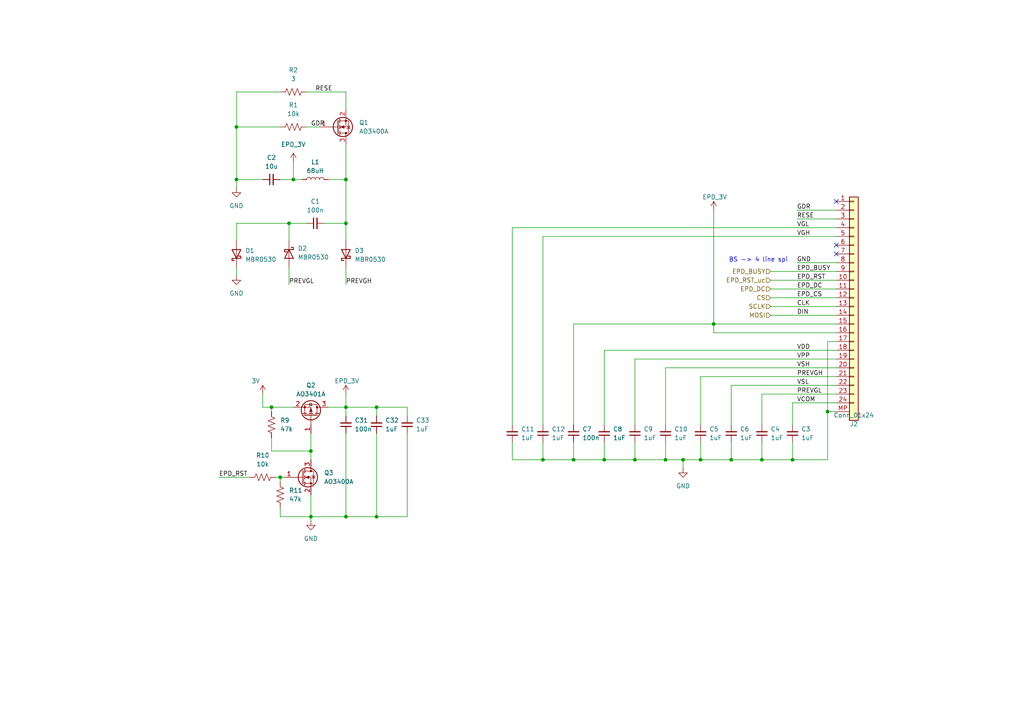
<source format=kicad_sch>
(kicad_sch (version 20231120) (generator "eeschema") (generator_version "8.0")
  (paper "A4")
  (lib_symbols
    (symbol "Connector_Generic:Conn_01x24" (pin_names (offset 1.016) hide)
      (property "Reference" "J2" (at 0 -36.6191 0))
      (property "Value" "Conn_01x24" (at 0 -34.0791 0))
      (symbol "Conn_01x24_1_1"
        (rectangle (start -1.27 -30.353) (end 0 -30.607) (stroke (width 0.1524)))
        (rectangle (start -1.27 -27.813) (end 0 -28.067) (stroke (width 0.1524)))
        (rectangle (start -1.27 -25.273) (end 0 -25.527) (stroke (width 0.1524)))
        (rectangle (start -1.27 -22.733) (end 0 -22.987) (stroke (width 0.1524)))
        (rectangle (start -1.27 -20.193) (end 0 -20.447) (stroke (width 0.1524)))
        (rectangle (start -1.27 -17.653) (end 0 -17.907) (stroke (width 0.1524)))
        (rectangle (start -1.27 -15.113) (end 0 -15.367) (stroke (width 0.1524)))
        (rectangle (start -1.27 -12.573) (end 0 -12.827) (stroke (width 0.1524)))
        (rectangle (start -1.27 -10.033) (end 0 -10.287) (stroke (width 0.1524)))
        (rectangle (start -1.27 -7.493) (end 0 -7.747) (stroke (width 0.1524)))
        (rectangle (start -1.27 -4.953) (end 0 -5.207) (stroke (width 0.1524)))
        (rectangle (start -1.27 -2.413) (end 0 -2.667) (stroke (width 0.1524)))
        (rectangle (start -1.27 0.127) (end 0 -0.127) (stroke (width 0.1524)))
        (rectangle (start -1.27 2.667) (end 0 2.413) (stroke (width 0.1524)))
        (rectangle (start -1.27 5.207) (end 0 4.953) (stroke (width 0.1524)))
        (rectangle (start -1.27 7.747) (end 0 7.493) (stroke (width 0.1524)))
        (rectangle (start -1.27 10.287) (end 0 10.033) (stroke (width 0.1524)))
        (rectangle (start -1.27 12.827) (end 0 12.573) (stroke (width 0.1524)))
        (rectangle (start -1.27 15.367) (end 0 15.113) (stroke (width 0.1524)))
        (rectangle (start -1.27 17.907) (end 0 17.653) (stroke (width 0.1524)))
        (rectangle (start -1.27 20.447) (end 0 20.193) (stroke (width 0.1524)))
        (rectangle (start -1.27 22.987) (end 0 22.733) (stroke (width 0.1524)))
        (rectangle (start -1.27 25.527) (end 0 25.273) (stroke (width 0.1524)))
        (rectangle (start -1.27 28.067) (end 0 27.813) (stroke (width 0.1524)))
        (rectangle (start -1.27 29.21) (end 1.27 -35.56) (stroke (width 0.254)) (fill (type background)))
        (pin passive line (at -5.08 27.94 0) (length 3.81) (name "Pin_1") (number "1"))
        (pin passive line (at -5.08 5.08 0) (length 3.81) (name "Pin_10") (number "10"))
        (pin passive line (at -5.08 2.54 0) (length 3.81) (name "Pin_11") (number "11"))
        (pin passive line (at -5.08 0 0) (length 3.81) (name "Pin_12") (number "12"))
        (pin passive line (at -5.08 -2.54 0) (length 3.81) (name "Pin_13") (number "13"))
        (pin passive line (at -5.08 -5.08 0) (length 3.81) (name "Pin_14") (number "14"))
        (pin passive line (at -5.08 -7.62 0) (length 3.81) (name "Pin_15") (number "15"))
        (pin passive line (at -5.08 -10.16 0) (length 3.81) (name "Pin_16") (number "16"))
        (pin passive line (at -5.08 -12.7 0) (length 3.81) (name "Pin_17") (number "17"))
        (pin passive line (at -5.08 -15.24 0) (length 3.81) (name "Pin_18") (number "18"))
        (pin passive line (at -5.08 -17.78 0) (length 3.81) (name "Pin_19") (number "19"))
        (pin passive line (at -5.08 25.4 0) (length 3.81) (name "Pin_2") (number "2"))
        (pin passive line (at -5.08 -20.32 0) (length 3.81) (name "Pin_20") (number "20"))
        (pin passive line (at -5.08 -22.86 0) (length 3.81) (name "Pin_21") (number "21"))
        (pin passive line (at -5.08 -25.4 0) (length 3.81) (name "Pin_22") (number "22"))
        (pin passive line (at -5.08 -27.94 0) (length 3.81) (name "Pin_23") (number "23"))
        (pin passive line (at -5.08 -30.48 0) (length 3.81) (name "Pin_24") (number "24"))
        (pin passive line (at -5.08 22.86 0) (length 3.81) (name "Pin_3") (number "3"))
        (pin passive line (at -5.08 20.32 0) (length 3.81) (name "Pin_4") (number "4"))
        (pin passive line (at -5.08 17.78 0) (length 3.81) (name "Pin_5") (number "5"))
        (pin passive line (at -5.08 15.24 0) (length 3.81) (name "Pin_6") (number "6"))
        (pin passive line (at -5.08 12.7 0) (length 3.81) (name "Pin_7") (number "7"))
        (pin passive line (at -5.08 10.16 0) (length 3.81) (name "Pin_8") (number "8"))
        (pin passive line (at -5.08 7.62 0) (length 3.81) (name "Pin_9") (number "9"))
        (pin passive line (at -5.08 -33.02 0) (length 3.81) (name "MP") (number "MP"))
      )
    )
    (symbol "Device:C_Small" (pin_numbers hide) (pin_names (offset 0.254) hide)
      (property "Reference" "C" (at 0.254 1.778 0))
      (property "Value" "C_Small" (at 0.254 -2.032 0))
      (symbol "C_Small_0_1"
        (polyline (pts (xy -1.524 -0.508) (xy 1.524 -0.508)) (stroke (width 0.3302)))
        (polyline (pts (xy -1.524 0.508) (xy 1.524 0.508)) (stroke (width 0.3048)))
      )
      (symbol "C_Small_1_1"
        (pin passive line (at 0 2.54 270) (length 2.032) (name "~") (number "1"))
        (pin passive line (at 0 -2.54 90) (length 2.032) (name "~") (number "2"))
      )
    )
    (symbol "Device:L" (pin_numbers hide) (pin_names (offset 1.016) hide)
      (property "Reference" "L" (at -1.27 0 90))
      (property "Value" "L" (at 1.905 0 90))
      (symbol "L_0_1"
        (arc (start 0 -2.54) (mid 0.6323 -1.905) (end 0 -1.27))
        (arc (start 0 -1.27) (mid 0.6323 -0.635) (end 0 0))
        (arc (start 0 0) (mid 0.6323 0.635) (end 0 1.27))
        (arc (start 0 1.27) (mid 0.6323 1.905) (end 0 2.54))
      )
      (symbol "L_1_1"
        (pin passive line (at 0 3.81 270) (length 1.27) (name "1") (number "1"))
        (pin passive line (at 0 -3.81 90) (length 1.27) (name "2") (number "2"))
      )
    )
    (symbol "Device:R_US" (pin_numbers hide) (pin_names (offset 0))
      (property "Reference" "R" (at 2.54 0 90))
      (property "Value" "R_US" (at -2.54 0 90))
      (symbol "R_US_0_1"
        (polyline (pts (xy 0 -2.286) (xy 0 -2.54)))
        (polyline (pts (xy 0 2.286) (xy 0 2.54)))
        (polyline (pts (xy 0 -0.762) (xy 1.016 -1.143) (xy 0 -1.524) (xy -1.016 -1.905) (xy 0 -2.286)))
        (polyline (pts (xy 0 0.762) (xy 1.016 0.381) (xy 0 0) (xy -1.016 -0.381) (xy 0 -0.762)))
        (polyline (pts (xy 0 2.286) (xy 1.016 1.905) (xy 0 1.524) (xy -1.016 1.143) (xy 0 0.762)))
      )
      (symbol "R_US_1_1"
        (pin passive line (at 0 3.81 270) (length 1.27) (name "~") (number "1"))
        (pin passive line (at 0 -3.81 90) (length 1.27) (name "~") (number "2"))
      )
    )
    (symbol "Diode:MBR0530" (pin_numbers hide) (pin_names (offset 1.016) hide)
      (property "Reference" "D" (at 0 2.54 0))
      (property "Value" "MBR0530" (at 0 -2.54 0))
      (symbol "MBR0530_0_1"
        (polyline (pts (xy 1.27 0) (xy -1.27 0)))
        (polyline (pts (xy 1.27 1.27) (xy 1.27 -1.27) (xy -1.27 0) (xy 1.27 1.27)) (stroke (width 0.254)))
        (polyline (pts (xy -1.905 0.635) (xy -1.905 1.27) (xy -1.27 1.27) (xy -1.27 -1.27) (xy -0.635 -1.27) (xy -0.635 -0.635)) (stroke (width 0.254)))
      )
      (symbol "MBR0530_1_1"
        (pin passive line (at -3.81 0 0) (length 2.54) (name "K") (number "1"))
        (pin passive line (at 3.81 0 180) (length 2.54) (name "A") (number "2"))
      )
    )
    (symbol "Transistor_FET:2N7002" (pin_names hide)
      (property "Reference" "Q" (at 5.08 1.905 0))
      (property "Value" "2N7002" (at 5.08 0 0))
      (symbol "2N7002_0_1"
        (polyline (pts (xy 0.254 0) (xy -2.54 0)))
        (polyline (pts (xy 0.254 1.905) (xy 0.254 -1.905)) (stroke (width 0.254)))
        (polyline (pts (xy 0.762 -1.27) (xy 0.762 -2.286)) (stroke (width 0.254)))
        (polyline (pts (xy 0.762 0.508) (xy 0.762 -0.508)) (stroke (width 0.254)))
        (polyline (pts (xy 0.762 2.286) (xy 0.762 1.27)) (stroke (width 0.254)))
        (polyline (pts (xy 2.54 2.54) (xy 2.54 1.778)))
        (polyline (pts (xy 2.54 -2.54) (xy 2.54 0) (xy 0.762 0)))
        (polyline (pts (xy 0.762 -1.778) (xy 3.302 -1.778) (xy 3.302 1.778) (xy 0.762 1.778)))
        (polyline (pts (xy 1.016 0) (xy 2.032 0.381) (xy 2.032 -0.381) (xy 1.016 0)) (fill (type outline)))
        (polyline (pts (xy 2.794 0.508) (xy 2.921 0.381) (xy 3.683 0.381) (xy 3.81 0.254)))
        (polyline (pts (xy 3.302 0.381) (xy 2.921 -0.254) (xy 3.683 -0.254) (xy 3.302 0.381)))
        (circle (center 1.651 0) (radius 2.794) (stroke (width 0.254)))
        (circle (center 2.54 -1.778) (radius 0.254) (fill (type outline)))
        (circle (center 2.54 1.778) (radius 0.254) (fill (type outline)))
      )
      (symbol "2N7002_1_1"
        (pin input line (at -5.08 0 0) (length 2.54) (name "G") (number "1"))
        (pin passive line (at 2.54 -5.08 90) (length 2.54) (name "S") (number "2"))
        (pin passive line (at 2.54 5.08 270) (length 2.54) (name "D") (number "3"))
      )
    )
    (symbol "Transistor_FET:AO3401A" (pin_names hide)
      (property "Reference" "Q" (at 5.08 1.905 0))
      (property "Value" "AO3401A" (at 5.08 0 0))
      (symbol "AO3401A_0_1"
        (polyline (pts (xy 0.254 0) (xy -2.54 0)))
        (polyline (pts (xy 0.254 1.905) (xy 0.254 -1.905)) (stroke (width 0.254)))
        (polyline (pts (xy 0.762 -1.27) (xy 0.762 -2.286)) (stroke (width 0.254)))
        (polyline (pts (xy 0.762 0.508) (xy 0.762 -0.508)) (stroke (width 0.254)))
        (polyline (pts (xy 0.762 2.286) (xy 0.762 1.27)) (stroke (width 0.254)))
        (polyline (pts (xy 2.54 2.54) (xy 2.54 1.778)))
        (polyline (pts (xy 2.54 -2.54) (xy 2.54 0) (xy 0.762 0)))
        (polyline (pts (xy 0.762 1.778) (xy 3.302 1.778) (xy 3.302 -1.778) (xy 0.762 -1.778)))
        (polyline (pts (xy 2.286 0) (xy 1.27 0.381) (xy 1.27 -0.381) (xy 2.286 0)) (fill (type outline)))
        (polyline (pts (xy 2.794 -0.508) (xy 2.921 -0.381) (xy 3.683 -0.381) (xy 3.81 -0.254)))
        (polyline (pts (xy 3.302 -0.381) (xy 2.921 0.254) (xy 3.683 0.254) (xy 3.302 -0.381)))
        (circle (center 1.651 0) (radius 2.794) (stroke (width 0.254)))
        (circle (center 2.54 -1.778) (radius 0.254) (fill (type outline)))
        (circle (center 2.54 1.778) (radius 0.254) (fill (type outline)))
      )
      (symbol "AO3401A_1_1"
        (pin input line (at -5.08 0 0) (length 2.54) (name "G") (number "1"))
        (pin passive line (at 2.54 -5.08 90) (length 2.54) (name "S") (number "2"))
        (pin passive line (at 2.54 5.08 270) (length 2.54) (name "D") (number "3"))
      )
    )
    (symbol "Transistor_FET:Si1308EDL" (pin_names hide)
      (property "Reference" "Q" (at 5.08 1.905 0))
      (property "Value" "Si1308EDL" (at 5.08 0 0))
      (symbol "Si1308EDL_0_1"
        (polyline (pts (xy 0.254 0) (xy -2.54 0)))
        (polyline (pts (xy 0.254 1.905) (xy 0.254 -1.905)) (stroke (width 0.254)))
        (polyline (pts (xy 0.762 -1.27) (xy 0.762 -2.286)) (stroke (width 0.254)))
        (polyline (pts (xy 0.762 0.508) (xy 0.762 -0.508)) (stroke (width 0.254)))
        (polyline (pts (xy 0.762 2.286) (xy 0.762 1.27)) (stroke (width 0.254)))
        (polyline (pts (xy 2.54 2.54) (xy 2.54 1.778)))
        (polyline (pts (xy 2.54 -2.54) (xy 2.54 0) (xy 0.762 0)))
        (polyline (pts (xy 0.762 -1.778) (xy 3.302 -1.778) (xy 3.302 1.778) (xy 0.762 1.778)))
        (polyline (pts (xy 1.016 0) (xy 2.032 0.381) (xy 2.032 -0.381) (xy 1.016 0)) (fill (type outline)))
        (polyline (pts (xy 2.794 0.508) (xy 2.921 0.381) (xy 3.683 0.381) (xy 3.81 0.254)))
        (polyline (pts (xy 3.302 0.381) (xy 2.921 -0.254) (xy 3.683 -0.254) (xy 3.302 0.381)))
        (circle (center 1.651 0) (radius 2.794) (stroke (width 0.254)))
        (circle (center 2.54 -1.778) (radius 0.254) (fill (type outline)))
        (circle (center 2.54 1.778) (radius 0.254) (fill (type outline)))
      )
      (symbol "Si1308EDL_1_1"
        (pin input line (at -5.08 0 0) (length 2.54) (name "G") (number "1"))
        (pin passive line (at 2.54 -5.08 90) (length 2.54) (name "S") (number "2"))
        (pin passive line (at 2.54 5.08 270) (length 2.54) (name "D") (number "3"))
      )
    )
    (symbol "power:+3V0" (power) (pin_numbers hide) (pin_names (offset 0) hide)
      (property "Value" "+3V0" (at 0 3.556 0))
      (symbol "+3V0_0_1"
        (polyline (pts (xy -0.762 1.27) (xy 0 2.54)))
        (polyline (pts (xy 0 0) (xy 0 2.54)))
        (polyline (pts (xy 0 2.54) (xy 0.762 1.27)))
      )
      (symbol "+3V0_1_1"
        (pin power_in line (at 0 0 90) (length 0) (name "~") (number "1"))
      )
    )
    (symbol "power:GND" (power) (pin_numbers hide) (pin_names (offset 0) hide)
      (property "Value" "GND" (at 0 -3.81 0))
      (symbol "GND_0_1"
        (polyline (pts (xy 0 0) (xy 0 -1.27) (xy 1.27 -1.27) (xy 0 -2.54) (xy -1.27 -1.27) (xy 0 -1.27)))
      )
      (symbol "GND_1_1"
        (pin power_in line (at 0 0 270) (length 0) (name "~") (number "1"))
      )
    )
  )
  (junction (at 207.01 93.98))
  (junction (at 100.33 118.11))
  (junction (at 100.33 149.86))
  (junction (at 203.2 133.35))
  (junction (at 109.22 149.86))
  (junction (at 78.74 118.11))
  (junction (at 81.28 138.43))
  (junction (at 184.15 133.35))
  (junction (at 166.37 133.35))
  (junction (at 109.22 118.11))
  (junction (at 212.09 133.35))
  (junction (at 83.82 64.77))
  (junction (at 90.17 130.81))
  (junction (at 68.58 36.83))
  (junction (at 240.03 119.38))
  (junction (at 68.58 52.07))
  (junction (at 198.12 133.35))
  (junction (at 90.17 149.86))
  (junction (at 85.09 52.07))
  (junction (at 229.87 133.35))
  (junction (at 175.26 133.35))
  (junction (at 157.48 133.35))
  (junction (at 100.33 52.07))
  (junction (at 220.98 133.35))
  (junction (at 193.04 133.35))
  (junction (at 100.33 64.77))
  (no_connect (at 242.57 71.12))
  (no_connect (at 242.57 58.42))
  (no_connect (at 242.57 73.66))
  (wire (pts (xy 118.11 149.86) (xy 109.22 149.86)))
  (wire (pts (xy 90.17 149.86) (xy 90.17 151.13)))
  (wire (pts (xy 78.74 127) (xy 78.74 130.81)))
  (wire (pts (xy 148.59 66.04) (xy 242.57 66.04)))
  (wire (pts (xy 207.01 93.98) (xy 207.01 96.52)))
  (wire (pts (xy 63.5 138.43) (xy 72.39 138.43)))
  (wire (pts (xy 81.28 147.32) (xy 81.28 149.86)))
  (wire (pts (xy 193.04 128.27) (xy 193.04 133.35)))
  (wire (pts (xy 85.09 46.99) (xy 85.09 52.07)))
  (wire (pts (xy 148.59 128.27) (xy 148.59 133.35)))
  (wire (pts (xy 212.09 128.27) (xy 212.09 133.35)))
  (wire (pts (xy 223.52 81.28) (xy 242.57 81.28)))
  (wire (pts (xy 80.01 138.43) (xy 81.28 138.43)))
  (wire (pts (xy 220.98 114.3) (xy 220.98 123.19)))
  (wire (pts (xy 76.2 114.3) (xy 76.2 118.11)))
  (wire (pts (xy 166.37 133.35) (xy 175.26 133.35)))
  (wire (pts (xy 83.82 64.77) (xy 83.82 69.85)))
  (wire (pts (xy 83.82 64.77) (xy 88.9 64.77)))
  (wire (pts (xy 78.74 118.11) (xy 85.09 118.11)))
  (wire (pts (xy 109.22 125.73) (xy 109.22 149.86)))
  (wire (pts (xy 198.12 133.35) (xy 203.2 133.35)))
  (wire (pts (xy 229.87 123.19) (xy 229.87 116.84)))
  (wire (pts (xy 203.2 133.35) (xy 212.09 133.35)))
  (wire (pts (xy 242.57 99.06) (xy 240.03 99.06)))
  (wire (pts (xy 95.25 118.11) (xy 100.33 118.11)))
  (wire (pts (xy 68.58 77.47) (xy 68.58 80.01)))
  (wire (pts (xy 223.52 91.44) (xy 242.57 91.44)))
  (wire (pts (xy 212.09 111.76) (xy 212.09 123.19)))
  (wire (pts (xy 118.11 118.11) (xy 109.22 118.11)))
  (wire (pts (xy 184.15 104.14) (xy 184.15 123.19)))
  (wire (pts (xy 109.22 149.86) (xy 100.33 149.86)))
  (wire (pts (xy 207.01 60.96) (xy 207.01 93.98)))
  (wire (pts (xy 231.14 63.5) (xy 242.57 63.5)))
  (wire (pts (xy 100.33 120.65) (xy 100.33 118.11)))
  (wire (pts (xy 242.57 101.6) (xy 175.26 101.6)))
  (wire (pts (xy 223.52 86.36) (xy 242.57 86.36)))
  (wire (pts (xy 100.33 64.77) (xy 100.33 69.85)))
  (wire (pts (xy 88.9 26.67) (xy 100.33 26.67)))
  (wire (pts (xy 242.57 111.76) (xy 212.09 111.76)))
  (wire (pts (xy 90.17 143.51) (xy 90.17 149.86)))
  (wire (pts (xy 68.58 26.67) (xy 68.58 36.83)))
  (wire (pts (xy 90.17 130.81) (xy 90.17 125.73)))
  (wire (pts (xy 68.58 69.85) (xy 68.58 64.77)))
  (wire (pts (xy 68.58 52.07) (xy 76.2 52.07)))
  (wire (pts (xy 223.52 88.9) (xy 242.57 88.9)))
  (wire (pts (xy 229.87 116.84) (xy 242.57 116.84)))
  (wire (pts (xy 242.57 114.3) (xy 220.98 114.3)))
  (wire (pts (xy 118.11 120.65) (xy 118.11 118.11)))
  (wire (pts (xy 203.2 109.22) (xy 203.2 123.19)))
  (wire (pts (xy 175.26 101.6) (xy 175.26 123.19)))
  (wire (pts (xy 90.17 130.81) (xy 90.17 133.35)))
  (wire (pts (xy 184.15 128.27) (xy 184.15 133.35)))
  (wire (pts (xy 93.98 64.77) (xy 100.33 64.77)))
  (wire (pts (xy 193.04 123.19) (xy 193.04 106.68)))
  (wire (pts (xy 223.52 83.82) (xy 242.57 83.82)))
  (wire (pts (xy 157.48 68.58) (xy 242.57 68.58)))
  (wire (pts (xy 240.03 119.38) (xy 240.03 133.35)))
  (wire (pts (xy 198.12 133.35) (xy 198.12 135.89)))
  (wire (pts (xy 148.59 133.35) (xy 157.48 133.35)))
  (wire (pts (xy 175.26 128.27) (xy 175.26 133.35)))
  (wire (pts (xy 68.58 64.77) (xy 83.82 64.77)))
  (wire (pts (xy 100.33 52.07) (xy 100.33 64.77)))
  (wire (pts (xy 242.57 104.14) (xy 184.15 104.14)))
  (wire (pts (xy 100.33 41.91) (xy 100.33 52.07)))
  (wire (pts (xy 100.33 114.3) (xy 100.33 118.11)))
  (wire (pts (xy 193.04 106.68) (xy 242.57 106.68)))
  (wire (pts (xy 166.37 93.98) (xy 207.01 93.98)))
  (wire (pts (xy 184.15 133.35) (xy 193.04 133.35)))
  (wire (pts (xy 118.11 125.73) (xy 118.11 149.86)))
  (wire (pts (xy 78.74 119.38) (xy 78.74 118.11)))
  (wire (pts (xy 81.28 149.86) (xy 90.17 149.86)))
  (wire (pts (xy 148.59 66.04) (xy 148.59 123.19)))
  (wire (pts (xy 100.33 125.73) (xy 100.33 149.86)))
  (wire (pts (xy 220.98 133.35) (xy 229.87 133.35)))
  (wire (pts (xy 85.09 52.07) (xy 87.63 52.07)))
  (wire (pts (xy 166.37 128.27) (xy 166.37 133.35)))
  (wire (pts (xy 166.37 93.98) (xy 166.37 123.19)))
  (wire (pts (xy 157.48 128.27) (xy 157.48 133.35)))
  (wire (pts (xy 203.2 128.27) (xy 203.2 133.35)))
  (wire (pts (xy 207.01 93.98) (xy 242.57 93.98)))
  (wire (pts (xy 100.33 82.55) (xy 100.33 77.47)))
  (wire (pts (xy 212.09 133.35) (xy 220.98 133.35)))
  (wire (pts (xy 95.25 52.07) (xy 100.33 52.07)))
  (wire (pts (xy 109.22 120.65) (xy 109.22 118.11)))
  (wire (pts (xy 157.48 133.35) (xy 166.37 133.35)))
  (wire (pts (xy 242.57 109.22) (xy 203.2 109.22)))
  (wire (pts (xy 223.52 78.74) (xy 242.57 78.74)))
  (wire (pts (xy 220.98 128.27) (xy 220.98 133.35)))
  (wire (pts (xy 100.33 149.86) (xy 90.17 149.86)))
  (wire (pts (xy 240.03 119.38) (xy 242.57 119.38)))
  (wire (pts (xy 78.74 130.81) (xy 90.17 130.81)))
  (wire (pts (xy 76.2 118.11) (xy 78.74 118.11)))
  (wire (pts (xy 229.87 133.35) (xy 229.87 128.27)))
  (wire (pts (xy 175.26 133.35) (xy 184.15 133.35)))
  (wire (pts (xy 100.33 26.67) (xy 100.33 31.75)))
  (wire (pts (xy 240.03 99.06) (xy 240.03 119.38)))
  (wire (pts (xy 231.14 76.2) (xy 242.57 76.2)))
  (wire (pts (xy 81.28 52.07) (xy 85.09 52.07)))
  (wire (pts (xy 109.22 118.11) (xy 100.33 118.11)))
  (wire (pts (xy 81.28 36.83) (xy 68.58 36.83)))
  (wire (pts (xy 68.58 36.83) (xy 68.58 52.07)))
  (wire (pts (xy 81.28 138.43) (xy 81.28 139.7)))
  (wire (pts (xy 240.03 133.35) (xy 229.87 133.35)))
  (wire (pts (xy 81.28 138.43) (xy 82.55 138.43)))
  (wire (pts (xy 231.14 60.96) (xy 242.57 60.96)))
  (wire (pts (xy 207.01 96.52) (xy 242.57 96.52)))
  (wire (pts (xy 157.48 123.19) (xy 157.48 68.58)))
  (wire (pts (xy 88.9 36.83) (xy 92.71 36.83)))
  (wire (pts (xy 68.58 54.61) (xy 68.58 52.07)))
  (wire (pts (xy 193.04 133.35) (xy 198.12 133.35)))
  (wire (pts (xy 81.28 26.67) (xy 68.58 26.67)))
  (wire (pts (xy 83.82 82.55) (xy 83.82 77.47)))
  (text "BS -> 4 line spi" (at 219.964 75.438 0) (effects (font (size 1.27 1.27))))
  (label "EPD_CS" (at 231.14 86.36 0))
  (label "EPD_RST" (at 231.14 81.28 0))
  (label "GDR" (at 90.17 36.83 0))
  (label "PREVGL" (at 83.82 82.55 0))
  (label "GDR" (at 231.14 60.96 0))
  (label "RESE" (at 91.44 26.67 0))
  (label "PREVGH" (at 231.14 109.22 0))
  (label "VCOM" (at 231.14 116.84 0))
  (label "VSL" (at 231.14 111.76 0))
  (label "VGH" (at 231.14 68.58 0))
  (label "VPP" (at 231.14 104.14 0))
  (label "VSH" (at 231.14 106.68 0))
  (label "VGL" (at 231.14 66.04 0))
  (label "PREVGL" (at 231.14 114.3 0))
  (label "RESE" (at 231.14 63.5 0))
  (label "PREVGH" (at 100.33 82.55 0))
  (label "EPD_RST" (at 63.5 138.43 0))
  (label "DIN" (at 231.14 91.44 0))
  (label "EPD_BUSY" (at 231.14 78.74 0))
  (label "VDD" (at 231.14 101.6 0))
  (label "GND" (at 231.14 76.2 0))
  (label "EPD_DC" (at 231.14 83.82 0))
  (label "CLK" (at 231.14 88.9 0))
  (hierarchical_label "EPD_BUSY" (shape input) (at 223.52 78.74 180))
  (hierarchical_label "SCLK" (shape input) (at 223.52 88.9 180))
  (hierarchical_label "EPD_DC" (shape input) (at 223.52 83.82 180))
  (hierarchical_label "CS" (shape input) (at 223.52 86.36 180))
  (hierarchical_label "EPD_RST_uc" (shape input) (at 223.52 81.28 180))
  (hierarchical_label "MOSI" (shape input) (at 223.52 91.44 180))
  (symbol (lib_id "Device:C_Small") (at 157.48 125.73 180) (unit 1)
    (property "Reference" "C12" (at 160.02 124.4535 0) (effects (justify right)))
    (property "Value" "1uF" (at 160.02 126.9935 0) (effects (justify right)))
    (property "Footprint" "Capacitor_SMD:C_0402_1005Metric" (effects (hide yes)))
    (property "Description" "Unpolarized capacitor, small symbol" (effects (hide yes)))
    (property "MPN" " C52923" (effects (hide yes)))
  )
  (symbol (lib_id "power:GND") (at 90.17 151.13 0) (unit 1)
    (property "Reference" "#PWR029" (effects (hide yes)))
    (property "Value" "GND" (at 90.17 156.21 0))
    (property "Description" "Power symbol creates a global label with name \"GND\" , ground" (effects (hide yes)))
  )
  (symbol (lib_id "power:+3V0") (at 100.33 114.3 0) (unit 1)
    (property "Reference" "#PWR030" (effects (hide yes)))
    (property "Value" "EPD_3V" (at 97.028 110.49 0) (effects (justify left)))
    (property "Description" "Power symbol creates a global label with name \"+3V0\"" (effects (hide yes)))
  )
  (symbol (lib_id "Device:C_Small") (at 193.04 125.73 180) (unit 1)
    (property "Reference" "C10" (at 195.58 124.4535 0) (effects (justify right)))
    (property "Value" "1uF" (at 195.58 126.9935 0) (effects (justify right)))
    (property "Footprint" "Capacitor_SMD:C_0402_1005Metric" (effects (hide yes)))
    (property "Description" "Unpolarized capacitor, small symbol" (effects (hide yes)))
    (property "MPN" " C52923" (effects (hide yes)))
  )
  (symbol (lib_id "Device:C_Small") (at 109.22 123.19 180) (unit 1)
    (property "Reference" "C32" (at 111.76 121.9135 0) (effects (justify right)))
    (property "Value" "1uF" (at 111.76 124.4535 0) (effects (justify right)))
    (property "Footprint" "Capacitor_SMD:C_0402_1005Metric" (effects (hide yes)))
    (property "Description" "Unpolarized capacitor, small symbol" (effects (hide yes)))
    (property "MPN" " C52923" (effects (hide yes)))
  )
  (symbol (lib_id "power:+3V0") (at 207.01 60.96 0) (unit 1)
    (property "Reference" "#PWR05" (effects (hide yes)))
    (property "Value" "EPD_3V" (at 203.708 57.15 0) (effects (justify left)))
    (property "Description" "Power symbol creates a global label with name \"+3V0\"" (effects (hide yes)))
  )
  (symbol (lib_id "Device:C_Small") (at 91.44 64.77 90) (unit 1)
    (property "Reference" "C1" (at 91.4463 58.42 90))
    (property "Value" "100n" (at 91.4463 60.96 90))
    (property "Footprint" "Capacitor_SMD:C_0402_1005Metric" (effects (hide yes)))
    (property "Description" "Unpolarized capacitor, small symbol" (effects (hide yes)))
    (property "MPN" "C307331" (effects (hide yes)))
  )
  (symbol (lib_id "Diode:MBR0530") (at 83.82 73.66 270) (unit 1)
    (property "Reference" "D2" (at 86.36 72.0724 90) (effects (justify left)))
    (property "Value" "MBR0530" (at 86.36 74.6124 90) (effects (justify left)))
    (property "Footprint" "Diode_SMD:D_SOD-123" (effects (hide yes)))
    (property "Datasheet" "http://www.mccsemi.com/up_pdf/MBR0520~MBR0580(SOD123).pdf" (effects (hide yes)))
    (property "Description" "30V 0.5A Schottky Power Rectifier Diode, SOD-123" (effects (hide yes)))
    (property "MPN" " C8598" (effects (hide yes)))
  )
  (symbol (lib_id "Device:R_US") (at 81.28 143.51 180) (unit 1)
    (property "Reference" "R11" (at 83.82 142.2399 0) (effects (justify right)))
    (property "Value" "47k" (at 83.82 144.7799 0) (effects (justify right)))
    (property "Footprint" "Resistor_SMD:R_0402_1005Metric" (effects (hide yes)))
    (property "Description" "Resistor, US symbol" (effects (hide yes)))
    (property "MPN" " C25792" (effects (hide yes)))
  )
  (symbol (lib_id "Device:C_Small") (at 175.26 125.73 180) (unit 1)
    (property "Reference" "C8" (at 177.8 124.4535 0) (effects (justify right)))
    (property "Value" "1uF" (at 177.8 126.9935 0) (effects (justify right)))
    (property "Footprint" "Capacitor_SMD:C_0402_1005Metric" (effects (hide yes)))
    (property "Description" "Unpolarized capacitor, small symbol" (effects (hide yes)))
    (property "MPN" " C52923" (effects (hide yes)))
  )
  (symbol (lib_id "Device:C_Small") (at 118.11 123.19 180) (unit 1)
    (property "Reference" "C33" (at 120.65 121.9135 0) (effects (justify right)))
    (property "Value" "1uF" (at 120.65 124.4535 0) (effects (justify right)))
    (property "Footprint" "Capacitor_SMD:C_0402_1005Metric" (effects (hide yes)))
    (property "Description" "Unpolarized capacitor, small symbol" (effects (hide yes)))
    (property "MPN" " C52923" (effects (hide yes)))
  )
  (symbol (lib_id "Transistor_FET:2N7002") (at 87.63 138.43 0) (unit 1)
    (property "Reference" "Q3" (at 93.98 137.1599 0) (effects (justify left)))
    (property "Value" "AO3400A" (at 93.98 139.6999 0) (effects (justify left)))
    (property "Footprint" "Package_TO_SOT_SMD:SOT-23" (effects (hide yes)))
    (property "Datasheet" "https://www.onsemi.com/pub/Collateral/NDS7002A-D.PDF" (effects (hide yes)))
    (property "Description" "0.115A Id, 60V Vds, N-Channel MOSFET, SOT-23" (effects (hide yes)))
    (property "MPN" "C20917" (effects (hide yes)))
  )
  (symbol (lib_id "Device:L") (at 91.44 52.07 90) (unit 1)
    (property "Reference" "L1" (at 91.44 46.99 90))
    (property "Value" "68uH" (at 91.44 49.53 90))
    (property "Footprint" "Inductor_SMD:L_1210_3225Metric" (effects (hide yes)))
    (property "Description" "Inductor" (effects (hide yes)))
    (property "MPN" "C295164" (effects (hide yes)))
  )
  (symbol (lib_id "Diode:MBR0530") (at 68.58 73.66 90) (unit 1)
    (property "Reference" "D1" (at 71.12 72.7074 90) (effects (justify right)))
    (property "Value" "MBR0530" (at 71.12 75.2474 90) (effects (justify right)))
    (property "Footprint" "Diode_SMD:D_SOD-123" (effects (hide yes)))
    (property "Datasheet" "http://www.mccsemi.com/up_pdf/MBR0520~MBR0580(SOD123).pdf" (effects (hide yes)))
    (property "Description" "30V 0.5A Schottky Power Rectifier Diode, SOD-123" (effects (hide yes)))
    (property "MPN" " C8598" (effects (hide yes)))
  )
  (symbol (lib_id "Transistor_FET:Si1308EDL") (at 97.79 36.83 0) (mirror x) (unit 1)
    (property "Reference" "Q1" (at 104.14 35.5599 0) (effects (justify left)))
    (property "Value" "AO3400A" (at 104.14 38.0999 0) (effects (justify left)))
    (property "Footprint" "Package_TO_SOT_SMD:SOT-23" (effects (hide yes)))
    (property "Datasheet" "https://www.vishay.com/docs/63399/si1308edl.pdf" (effects (hide yes)))
    (property "Description" "30V Vds, 1.4A Id, N-Channel MOSFET, SC-70" (effects (hide yes)))
    (property "MPN" "C20917" (effects (hide yes)))
  )
  (symbol (lib_id "Device:R_US") (at 78.74 123.19 180) (unit 1)
    (property "Reference" "R9" (at 81.28 121.9199 0) (effects (justify right)))
    (property "Value" "47k" (at 81.28 124.4599 0) (effects (justify right)))
    (property "Footprint" "Resistor_SMD:R_0402_1005Metric" (effects (hide yes)))
    (property "Description" "Resistor, US symbol" (effects (hide yes)))
    (property "MPN" " C25792" (effects (hide yes)))
  )
  (symbol (lib_id "Transistor_FET:AO3401A") (at 90.17 120.65 270) (mirror x) (unit 1)
    (property "Reference" "Q2" (at 90.17 111.76 90))
    (property "Value" "AO3401A" (at 90.17 114.3 90))
    (property "Footprint" "Package_TO_SOT_SMD:SOT-23" (effects (hide yes)))
    (property "Datasheet" "http://www.aosmd.com/pdfs/datasheet/AO3401A.pdf" (effects (hide yes)))
    (property "Description" "-4.0A Id, -30V Vds, P-Channel MOSFET, SOT-23" (effects (hide yes)))
    (property "MPN" "C15127" (effects (hide yes)))
  )
  (symbol (lib_id "power:GND") (at 68.58 54.61 0) (unit 1)
    (property "Reference" "#PWR02" (effects (hide yes)))
    (property "Value" "GND" (at 68.58 59.69 0))
    (property "Description" "Power symbol creates a global label with name \"GND\" , ground" (effects (hide yes)))
  )
  (symbol (lib_id "Device:C_Small") (at 229.87 125.73 180) (unit 1)
    (property "Reference" "C3" (at 232.41 124.4535 0) (effects (justify right)))
    (property "Value" "1uF" (at 232.41 126.9935 0) (effects (justify right)))
    (property "Footprint" "Capacitor_SMD:C_0402_1005Metric" (effects (hide yes)))
    (property "Description" "Unpolarized capacitor, small symbol" (effects (hide yes)))
    (property "MPN" " C52923" (effects (hide yes)))
  )
  (symbol (lib_id "Device:R_US") (at 76.2 138.43 270) (unit 1)
    (property "Reference" "R10" (at 76.2 132.08 90))
    (property "Value" "10k" (at 76.2 134.62 90))
    (property "Footprint" "Resistor_SMD:R_0402_1005Metric" (effects (hide yes)))
    (property "Description" "Resistor, US symbol" (effects (hide yes)))
    (property "MPN" "C25744" (effects (hide yes)))
  )
  (symbol (lib_id "Device:R_US") (at 85.09 36.83 90) (unit 1)
    (property "Reference" "R1" (at 85.09 30.48 90))
    (property "Value" "10k" (at 85.09 33.02 90))
    (property "Footprint" "Resistor_SMD:R_0402_1005Metric" (effects (hide yes)))
    (property "Description" "Resistor, US symbol" (effects (hide yes)))
    (property "MPN" "C25744" (effects (hide yes)))
  )
  (symbol (lib_id "power:GND") (at 198.12 135.89 0) (unit 1)
    (property "Reference" "#PWR03" (effects (hide yes)))
    (property "Value" "GND" (at 198.12 140.97 0))
    (property "Description" "Power symbol creates a global label with name \"GND\" , ground" (effects (hide yes)))
  )
  (symbol (lib_id "Device:C_Small") (at 220.98 125.73 180) (unit 1)
    (property "Reference" "C4" (at 223.52 124.4535 0) (effects (justify right)))
    (property "Value" "1uF" (at 223.52 126.9935 0) (effects (justify right)))
    (property "Footprint" "Capacitor_SMD:C_0402_1005Metric" (effects (hide yes)))
    (property "Description" "Unpolarized capacitor, small symbol" (effects (hide yes)))
    (property "MPN" " C52923" (effects (hide yes)))
  )
  (symbol (lib_id "Device:R_US") (at 85.09 26.67 90) (unit 1)
    (property "Reference" "R2" (at 85.09 20.32 90))
    (property "Value" "3" (at 85.09 22.86 90))
    (property "Footprint" "Resistor_SMD:R_0402_1005Metric" (effects (hide yes)))
    (property "Description" "Resistor, US symbol" (effects (hide yes)))
    (property "MPN" "C321178" (effects (hide yes)))
  )
  (symbol (lib_id "power:+3V0") (at 85.09 46.99 0) (unit 1)
    (property "Reference" "#PWR04" (effects (hide yes)))
    (property "Value" "EPD_3V" (at 85.09 41.91 0))
    (property "Description" "Power symbol creates a global label with name \"+3V0\"" (effects (hide yes)))
  )
  (symbol (lib_id "Device:C_Small") (at 203.2 125.73 180) (unit 1)
    (property "Reference" "C5" (at 205.74 124.4535 0) (effects (justify right)))
    (property "Value" "1uF" (at 205.74 126.9935 0) (effects (justify right)))
    (property "Footprint" "Capacitor_SMD:C_0402_1005Metric" (effects (hide yes)))
    (property "Description" "Unpolarized capacitor, small symbol" (effects (hide yes)))
    (property "MPN" " C52923" (effects (hide yes)))
  )
  (symbol (lib_id "Device:C_Small") (at 100.33 123.19 180) (unit 1)
    (property "Reference" "C31" (at 102.87 121.9135 0) (effects (justify right)))
    (property "Value" "100n" (at 102.87 124.4535 0) (effects (justify right)))
    (property "Footprint" "Capacitor_SMD:C_0402_1005Metric" (effects (hide yes)))
    (property "Description" "Unpolarized capacitor, small symbol" (effects (hide yes)))
    (property "MPN" "C307331" (effects (hide yes)))
  )
  (symbol (lib_id "Connector_Generic:Conn_01x24") (at 247.65 86.36 0) (unit 1)
    (property "Reference" "J2" (at 247.65 122.9791 0))
    (property "Value" "Conn_01x24" (at 247.65 120.4391 0))
    (property "Footprint" "Brammm:Hirose_FH12-24S-0.5SH_1x24-1MP_P0.50mm_Horizontal" (effects (hide yes)))
    (property "Description" "Generic connector, single row, 01x24, script generated (kicad-library-utils/schlib/autogen/connector/)" (effects (hide yes)))
    (property "MPN" "C262669" (effects (hide yes)))
  )
  (symbol (lib_id "Device:C_Small") (at 78.74 52.07 90) (unit 1)
    (property "Reference" "C2" (at 78.7463 45.72 90))
    (property "Value" "10u" (at 78.7463 48.26 90))
    (property "Footprint" "Capacitor_SMD:C_0402_1005Metric" (effects (hide yes)))
    (property "Description" "Unpolarized capacitor, small symbol" (effects (hide yes)))
    (property "MPN" "C23733" (effects (hide yes)))
  )
  (symbol (lib_id "Device:C_Small") (at 166.37 125.73 180) (unit 1)
    (property "Reference" "C7" (at 168.91 124.4535 0) (effects (justify right)))
    (property "Value" "100n" (at 168.91 126.9935 0) (effects (justify right)))
    (property "Footprint" "Capacitor_SMD:C_0402_1005Metric" (effects (hide yes)))
    (property "Description" "Unpolarized capacitor, small symbol" (effects (hide yes)))
    (property "MPN" "C307331" (effects (hide yes)))
  )
  (symbol (lib_id "Device:C_Small") (at 212.09 125.73 180) (unit 1)
    (property "Reference" "C6" (at 214.63 124.4535 0) (effects (justify right)))
    (property "Value" "1uF" (at 214.63 126.9935 0) (effects (justify right)))
    (property "Footprint" "Capacitor_SMD:C_0402_1005Metric" (effects (hide yes)))
    (property "Description" "Unpolarized capacitor, small symbol" (effects (hide yes)))
    (property "MPN" " C52923" (effects (hide yes)))
  )
  (symbol (lib_id "Diode:MBR0530") (at 100.33 73.66 90) (unit 1)
    (property "Reference" "D3" (at 102.87 72.7074 90) (effects (justify right)))
    (property "Value" "MBR0530" (at 102.87 75.2474 90) (effects (justify right)))
    (property "Footprint" "Diode_SMD:D_SOD-123" (effects (hide yes)))
    (property "Datasheet" "http://www.mccsemi.com/up_pdf/MBR0520~MBR0580(SOD123).pdf" (effects (hide yes)))
    (property "Description" "30V 0.5A Schottky Power Rectifier Diode, SOD-123" (effects (hide yes)))
    (property "MPN" " C8598" (effects (hide yes)))
  )
  (symbol (lib_id "power:GND") (at 68.58 80.01 0) (unit 1)
    (property "Reference" "#PWR01" (effects (hide yes)))
    (property "Value" "GND" (at 68.58 85.09 0))
    (property "Description" "Power symbol creates a global label with name \"GND\" , ground" (effects (hide yes)))
  )
  (symbol (lib_id "Device:C_Small") (at 184.15 125.73 180) (unit 1)
    (property "Reference" "C9" (at 186.69 124.4535 0) (effects (justify right)))
    (property "Value" "1uF" (at 186.69 126.9935 0) (effects (justify right)))
    (property "Footprint" "Capacitor_SMD:C_0402_1005Metric" (effects (hide yes)))
    (property "Description" "Unpolarized capacitor, small symbol" (effects (hide yes)))
    (property "MPN" " C52923" (effects (hide yes)))
  )
  (symbol (lib_id "Device:C_Small") (at 148.59 125.73 180) (unit 1)
    (property "Reference" "C11" (at 151.13 124.4535 0) (effects (justify right)))
    (property "Value" "1uF" (at 151.13 126.9935 0) (effects (justify right)))
    (property "Footprint" "Capacitor_SMD:C_0402_1005Metric" (effects (hide yes)))
    (property "Description" "Unpolarized capacitor, small symbol" (effects (hide yes)))
    (property "MPN" " C52923" (effects (hide yes)))
  )
  (symbol (lib_id "power:+3V0") (at 76.2 114.3 0) (unit 1)
    (property "Reference" "#PWR031" (effects (hide yes)))
    (property "Value" "3V" (at 72.898 110.49 0) (effects (justify left)))
    (property "Description" "Power symbol creates a global label with name \"+3V0\"" (effects (hide yes)))
  )
)
</source>
